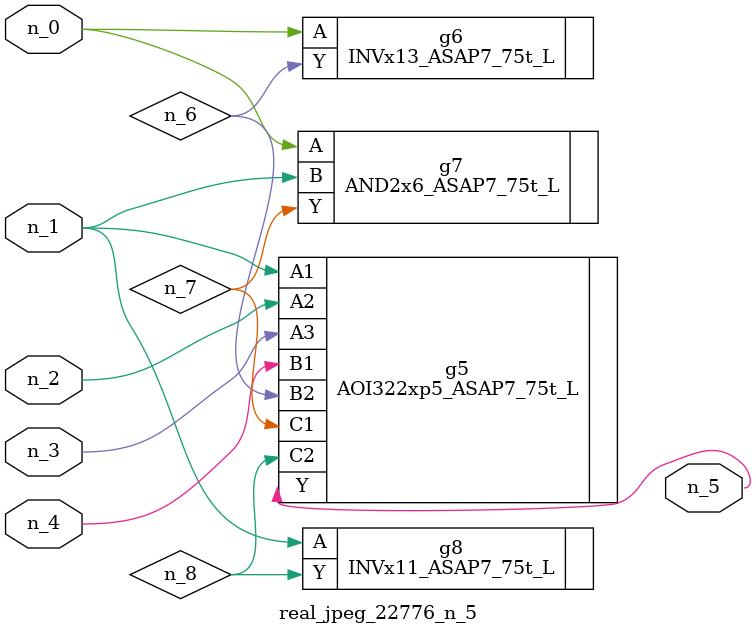
<source format=v>
module real_jpeg_22776_n_5 (n_4, n_0, n_1, n_2, n_3, n_5);

input n_4;
input n_0;
input n_1;
input n_2;
input n_3;

output n_5;

wire n_8;
wire n_6;
wire n_7;

INVx13_ASAP7_75t_L g6 ( 
.A(n_0),
.Y(n_6)
);

AND2x6_ASAP7_75t_L g7 ( 
.A(n_0),
.B(n_1),
.Y(n_7)
);

AOI322xp5_ASAP7_75t_L g5 ( 
.A1(n_1),
.A2(n_2),
.A3(n_3),
.B1(n_4),
.B2(n_6),
.C1(n_7),
.C2(n_8),
.Y(n_5)
);

INVx11_ASAP7_75t_L g8 ( 
.A(n_1),
.Y(n_8)
);


endmodule
</source>
